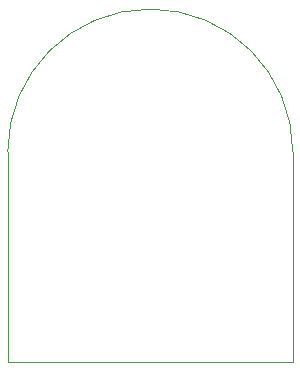
<source format=gbr>
%TF.GenerationSoftware,KiCad,Pcbnew,(6.0.5)*%
%TF.CreationDate,2023-01-12T11:55:51-05:00*%
%TF.ProjectId,12ax7_pins,31326178-375f-4706-996e-732e6b696361,rev?*%
%TF.SameCoordinates,Original*%
%TF.FileFunction,Profile,NP*%
%FSLAX46Y46*%
G04 Gerber Fmt 4.6, Leading zero omitted, Abs format (unit mm)*
G04 Created by KiCad (PCBNEW (6.0.5)) date 2023-01-12 11:55:51*
%MOMM*%
%LPD*%
G01*
G04 APERTURE LIST*
%TA.AperFunction,Profile*%
%ADD10C,0.100000*%
%TD*%
G04 APERTURE END LIST*
D10*
X172085000Y-93345000D02*
G75*
G03*
X147955000Y-93345000I-12065000J0D01*
G01*
X147955000Y-93345000D02*
X147955000Y-111125000D01*
X172085000Y-111125000D02*
X172085000Y-93345000D01*
X147955000Y-111125000D02*
X172085000Y-111125000D01*
M02*

</source>
